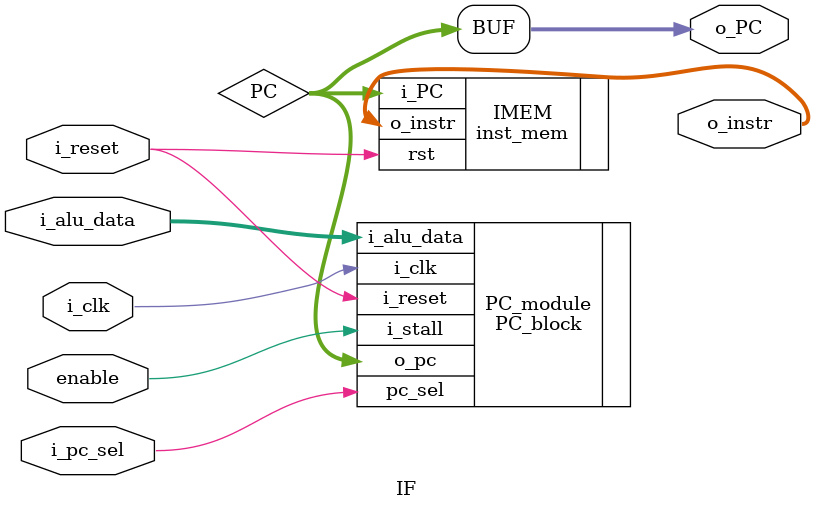
<source format=sv>
module IF(
    input logic i_clk, i_reset, enable,
    input logic [31:0] i_alu_data,
    input logic i_pc_sel,
    output logic [31:0] o_PC, o_instr
);
logic [31:0] PC;

inst_mem IMEM(
    .rst(i_reset),
    .i_PC(PC),
    .o_instr(o_instr)
);

PC_block PC_module(
  .i_clk(i_clk),
  .i_reset(i_reset),
  .pc_sel(i_pc_sel),
  .i_stall(enable),
  .i_alu_data(i_alu_data),
  .o_pc(PC)
);

assign o_PC = PC;

endmodule
</source>
